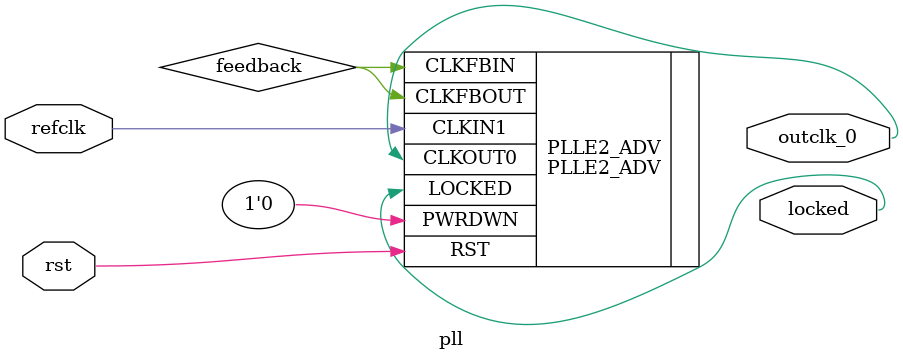
<source format=v>
`timescale 1 ps / 1 ps
module pll (
		input  wire  refclk,
		input  wire  rst,
		output wire  outclk_0,
		output wire  locked
	);

	wire feedback;

	PLLE2_ADV #(
		.CLKFBOUT_MULT(6'd32),
		.CLKIN1_PERIOD(20.0),
		.CLKOUT0_DIVIDE(7'd80), // 20 MHz = 50 MHz * 32 / 80
		.CLKOUT0_PHASE(1'd0),
		.DIVCLK_DIVIDE(1'd1),
		.REF_JITTER1(0.01),
		.STARTUP_WAIT("FALSE")
	) PLLE2_ADV (
		.CLKFBIN(feedback),
		.CLKIN1(refclk),
		.PWRDWN(1'b0),
		.RST(rst),
		.CLKFBOUT(feedback),
		.CLKOUT0(outclk_0),
		.LOCKED(locked)
);

endmodule

</source>
